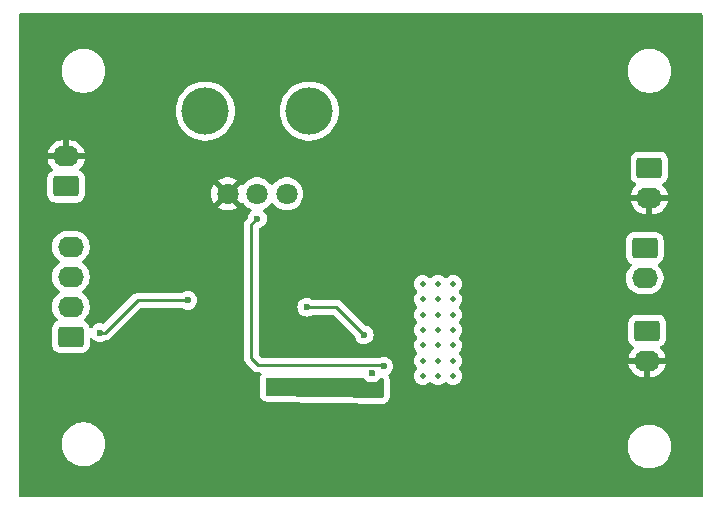
<source format=gbr>
%TF.GenerationSoftware,KiCad,Pcbnew,8.0.5*%
%TF.CreationDate,2025-03-31T18:24:30-05:00*%
%TF.ProjectId,new_MotorDriver_v1.5_NEW,6e65775f-4d6f-4746-9f72-447269766572,rev?*%
%TF.SameCoordinates,Original*%
%TF.FileFunction,Copper,L2,Bot*%
%TF.FilePolarity,Positive*%
%FSLAX46Y46*%
G04 Gerber Fmt 4.6, Leading zero omitted, Abs format (unit mm)*
G04 Created by KiCad (PCBNEW 8.0.5) date 2025-03-31 18:24:30*
%MOMM*%
%LPD*%
G01*
G04 APERTURE LIST*
G04 Aperture macros list*
%AMRoundRect*
0 Rectangle with rounded corners*
0 $1 Rounding radius*
0 $2 $3 $4 $5 $6 $7 $8 $9 X,Y pos of 4 corners*
0 Add a 4 corners polygon primitive as box body*
4,1,4,$2,$3,$4,$5,$6,$7,$8,$9,$2,$3,0*
0 Add four circle primitives for the rounded corners*
1,1,$1+$1,$2,$3*
1,1,$1+$1,$4,$5*
1,1,$1+$1,$6,$7*
1,1,$1+$1,$8,$9*
0 Add four rect primitives between the rounded corners*
20,1,$1+$1,$2,$3,$4,$5,0*
20,1,$1+$1,$4,$5,$6,$7,0*
20,1,$1+$1,$6,$7,$8,$9,0*
20,1,$1+$1,$8,$9,$2,$3,0*%
G04 Aperture macros list end*
%TA.AperFunction,ComponentPad*%
%ADD10RoundRect,0.250000X0.845000X-0.620000X0.845000X0.620000X-0.845000X0.620000X-0.845000X-0.620000X0*%
%TD*%
%TA.AperFunction,ComponentPad*%
%ADD11O,2.190000X1.740000*%
%TD*%
%TA.AperFunction,ComponentPad*%
%ADD12RoundRect,0.250000X-0.845000X0.620000X-0.845000X-0.620000X0.845000X-0.620000X0.845000X0.620000X0*%
%TD*%
%TA.AperFunction,WasherPad*%
%ADD13C,4.000000*%
%TD*%
%TA.AperFunction,ComponentPad*%
%ADD14C,1.800000*%
%TD*%
%TA.AperFunction,ComponentPad*%
%ADD15C,0.500000*%
%TD*%
%TA.AperFunction,ViaPad*%
%ADD16C,0.600000*%
%TD*%
%TA.AperFunction,Conductor*%
%ADD17C,0.254000*%
%TD*%
G04 APERTURE END LIST*
D10*
%TO.P,12V IN,1,Pin_1*%
%TO.N,+12V*%
X50720000Y-49070000D03*
D11*
%TO.P,12V IN,2,Pin_2*%
%TO.N,GND*%
X50720000Y-46530000D03*
%TD*%
D12*
%TO.P,J1,1,Pin_1*%
%TO.N,/STP*%
X99700000Y-54300000D03*
D11*
%TO.P,J1,2,Pin_2*%
%TO.N,/DIR*%
X99700000Y-56840000D03*
%TD*%
D10*
%TO.P,Motor Conn,1,Pin_1*%
%TO.N,Net-(J5-Pin_1)*%
X51120000Y-61810000D03*
D11*
%TO.P,Motor Conn,2,Pin_2*%
%TO.N,Net-(J5-Pin_2)*%
X51120000Y-59270000D03*
%TO.P,Motor Conn,3,Pin_3*%
%TO.N,Net-(J5-Pin_3)*%
X51120000Y-56730000D03*
%TO.P,Motor Conn,4,Pin_4*%
%TO.N,Net-(J5-Pin_4)*%
X51120000Y-54190000D03*
%TD*%
D13*
%TO.P,Potentiometer,*%
%TO.N,*%
X62500000Y-42700000D03*
X71300000Y-42700000D03*
D14*
%TO.P,Potentiometer,1,1*%
%TO.N,+3V3*%
X69400000Y-49700000D03*
%TO.P,Potentiometer,2,2*%
%TO.N,Net-(U1-AVREF)*%
X66900000Y-49700000D03*
%TO.P,Potentiometer,3,3*%
%TO.N,GND*%
X64400000Y-49700000D03*
%TD*%
D12*
%TO.P,J2,1,Pin_1*%
%TO.N,+5V*%
X99900000Y-61300000D03*
D11*
%TO.P,J2,2,Pin_2*%
%TO.N,GND*%
X99900000Y-63840000D03*
%TD*%
D15*
%TO.P,U1,50*%
%TO.N,N/C*%
X83500000Y-65125000D03*
%TO.P,U1,49*%
X80900000Y-65125000D03*
%TO.P,U1,48*%
X83500000Y-63825000D03*
%TO.P,U1,47*%
X80900000Y-63825000D03*
%TO.P,U1,46*%
X83500000Y-62525000D03*
%TO.P,U1,45*%
X80900000Y-62525000D03*
%TO.P,U1,44*%
X83500000Y-61225000D03*
%TO.P,U1,43*%
X80900000Y-61225000D03*
%TO.P,U1,42*%
X80900000Y-59925000D03*
%TO.P,U1,41*%
X83500000Y-59925000D03*
%TO.P,U1,40*%
X83500000Y-58625000D03*
%TO.P,U1,39*%
X80900000Y-58625000D03*
%TO.P,U1,38*%
X83500000Y-57325000D03*
%TO.P,U1,37*%
X80900000Y-57325000D03*
%TO.P,U1,36*%
X82200000Y-65125000D03*
%TO.P,U1,35*%
X82200000Y-63825000D03*
%TO.P,U1,34*%
X82200000Y-62525000D03*
%TO.P,U1,33*%
X82200000Y-57325000D03*
%TO.P,U1,32*%
X82200000Y-58625000D03*
%TO.P,U1,31*%
X82200000Y-59925000D03*
%TO.P,U1,30*%
X82200000Y-61225000D03*
%TD*%
D12*
%TO.P,J3,1,Pin_1*%
%TO.N,+3V3*%
X100100000Y-47500000D03*
D11*
%TO.P,J3,2,Pin_2*%
%TO.N,GND*%
X100100000Y-50040000D03*
%TD*%
D16*
%TO.N,GND*%
X88900000Y-38100000D03*
X78994000Y-74371200D03*
X58420000Y-49580800D03*
X91440000Y-45720000D03*
X68376800Y-71678800D03*
X83972400Y-53644800D03*
X82651600Y-52832000D03*
X86309200Y-74371200D03*
X62484000Y-52730400D03*
X88900000Y-50800000D03*
X74523600Y-68478400D03*
X81280000Y-45720000D03*
X70510400Y-52374800D03*
X57200800Y-45770800D03*
X64100000Y-61825000D03*
X76200000Y-45720000D03*
X68700000Y-62900000D03*
X64617600Y-53898800D03*
X61315600Y-69900800D03*
X86360000Y-40640000D03*
X91084400Y-71323200D03*
X83362800Y-71170800D03*
X76606400Y-64871600D03*
X101904800Y-58978800D03*
X76200000Y-38100000D03*
X73863200Y-52273200D03*
X67513200Y-74218800D03*
X85648800Y-51104800D03*
X56337200Y-42570400D03*
X93522800Y-39878000D03*
%TO.N,+12V*%
X74500000Y-66200000D03*
X70400000Y-66200000D03*
X68800000Y-66200000D03*
X72600000Y-66200000D03*
X76500000Y-66200000D03*
%TO.N,Net-(J5-Pin_1)*%
X53594000Y-61468000D03*
X61010800Y-58724800D03*
%TO.N,Net-(U1-ISENB)*%
X75950000Y-61650000D03*
X71100000Y-59300000D03*
%TO.N,Net-(U1-AVREF)*%
X66900000Y-51800000D03*
X77600000Y-64300000D03*
%TD*%
D17*
%TO.N,Net-(J5-Pin_1)*%
X56794400Y-58724800D02*
X61010800Y-58724800D01*
X54051200Y-61468000D02*
X56794400Y-58724800D01*
X53594000Y-61468000D02*
X54051200Y-61468000D01*
%TO.N,Net-(U1-ISENB)*%
X75950000Y-61650000D02*
X73600000Y-59300000D01*
X73600000Y-59300000D02*
X71100000Y-59300000D01*
%TO.N,Net-(U1-AVREF)*%
X66400000Y-52300000D02*
X66400000Y-63600000D01*
X66400000Y-63600000D02*
X67000000Y-64200000D01*
X67000000Y-64200000D02*
X77500000Y-64200000D01*
X66900000Y-51800000D02*
X66400000Y-52300000D01*
X77500000Y-64200000D02*
X77600000Y-64300000D01*
%TD*%
%TA.AperFunction,Conductor*%
%TO.N,GND*%
G36*
X76835370Y-64847185D02*
G01*
X76881125Y-64899989D01*
X76891069Y-64969147D01*
X76862044Y-65032703D01*
X76856011Y-65039183D01*
X76801372Y-65093820D01*
X76779665Y-65111130D01*
X76747037Y-65131632D01*
X76722018Y-65143681D01*
X76685643Y-65156409D01*
X76658572Y-65162587D01*
X76620282Y-65166901D01*
X76592516Y-65166901D01*
X76554226Y-65162587D01*
X76527155Y-65156409D01*
X76490780Y-65143681D01*
X76465762Y-65131632D01*
X76433132Y-65111129D01*
X76411423Y-65093817D01*
X76356787Y-65039181D01*
X76323302Y-64977858D01*
X76328286Y-64908166D01*
X76370158Y-64852233D01*
X76435622Y-64827816D01*
X76444468Y-64827500D01*
X76768331Y-64827500D01*
X76835370Y-64847185D01*
G37*
%TD.AperFunction*%
%TA.AperFunction,Conductor*%
G36*
X104542539Y-34420185D02*
G01*
X104588294Y-34472989D01*
X104599500Y-34524500D01*
X104599500Y-75275500D01*
X104579815Y-75342539D01*
X104527011Y-75388294D01*
X104475500Y-75399500D01*
X46824500Y-75399500D01*
X46757461Y-75379815D01*
X46711706Y-75327011D01*
X46700500Y-75275500D01*
X46700500Y-70778711D01*
X50349500Y-70778711D01*
X50349500Y-71021288D01*
X50381161Y-71261785D01*
X50443947Y-71496104D01*
X50526790Y-71696104D01*
X50536776Y-71720212D01*
X50658064Y-71930289D01*
X50658066Y-71930292D01*
X50658067Y-71930293D01*
X50805733Y-72122736D01*
X50805739Y-72122743D01*
X50977256Y-72294260D01*
X50977262Y-72294265D01*
X51169711Y-72441936D01*
X51379788Y-72563224D01*
X51603900Y-72656054D01*
X51838211Y-72718838D01*
X52018586Y-72742584D01*
X52078711Y-72750500D01*
X52078712Y-72750500D01*
X52321289Y-72750500D01*
X52369388Y-72744167D01*
X52561789Y-72718838D01*
X52796100Y-72656054D01*
X53020212Y-72563224D01*
X53230289Y-72441936D01*
X53422738Y-72294265D01*
X53594265Y-72122738D01*
X53741936Y-71930289D01*
X53863224Y-71720212D01*
X53956054Y-71496100D01*
X54018838Y-71261789D01*
X54050500Y-71021288D01*
X54050500Y-70978711D01*
X98249500Y-70978711D01*
X98249500Y-71221288D01*
X98281161Y-71461785D01*
X98343947Y-71696104D01*
X98353933Y-71720212D01*
X98436776Y-71920212D01*
X98558064Y-72130289D01*
X98558066Y-72130292D01*
X98558067Y-72130293D01*
X98705733Y-72322736D01*
X98705739Y-72322743D01*
X98877256Y-72494260D01*
X98877262Y-72494265D01*
X99069711Y-72641936D01*
X99279788Y-72763224D01*
X99503900Y-72856054D01*
X99738211Y-72918838D01*
X99918586Y-72942584D01*
X99978711Y-72950500D01*
X99978712Y-72950500D01*
X100221289Y-72950500D01*
X100269388Y-72944167D01*
X100461789Y-72918838D01*
X100696100Y-72856054D01*
X100920212Y-72763224D01*
X101130289Y-72641936D01*
X101322738Y-72494265D01*
X101494265Y-72322738D01*
X101641936Y-72130289D01*
X101763224Y-71920212D01*
X101856054Y-71696100D01*
X101918838Y-71461789D01*
X101950500Y-71221288D01*
X101950500Y-70978712D01*
X101918838Y-70738211D01*
X101856054Y-70503900D01*
X101763224Y-70279788D01*
X101641936Y-70069711D01*
X101494265Y-69877262D01*
X101494260Y-69877256D01*
X101322743Y-69705739D01*
X101322736Y-69705733D01*
X101130293Y-69558067D01*
X101130292Y-69558066D01*
X101130289Y-69558064D01*
X100920212Y-69436776D01*
X100920205Y-69436773D01*
X100696104Y-69343947D01*
X100461785Y-69281161D01*
X100221289Y-69249500D01*
X100221288Y-69249500D01*
X99978712Y-69249500D01*
X99978711Y-69249500D01*
X99738214Y-69281161D01*
X99503895Y-69343947D01*
X99279794Y-69436773D01*
X99279785Y-69436777D01*
X99069706Y-69558067D01*
X98877263Y-69705733D01*
X98877256Y-69705739D01*
X98705739Y-69877256D01*
X98705733Y-69877263D01*
X98558067Y-70069706D01*
X98436777Y-70279785D01*
X98436773Y-70279794D01*
X98343947Y-70503895D01*
X98281161Y-70738214D01*
X98249500Y-70978711D01*
X54050500Y-70978711D01*
X54050500Y-70778712D01*
X54018838Y-70538211D01*
X53956054Y-70303900D01*
X53863224Y-70079788D01*
X53741936Y-69869711D01*
X53594265Y-69677262D01*
X53594260Y-69677256D01*
X53422743Y-69505739D01*
X53422736Y-69505733D01*
X53230293Y-69358067D01*
X53230292Y-69358066D01*
X53230289Y-69358064D01*
X53020212Y-69236776D01*
X53020205Y-69236773D01*
X52796104Y-69143947D01*
X52561785Y-69081161D01*
X52321289Y-69049500D01*
X52321288Y-69049500D01*
X52078712Y-69049500D01*
X52078711Y-69049500D01*
X51838214Y-69081161D01*
X51603895Y-69143947D01*
X51379794Y-69236773D01*
X51379785Y-69236777D01*
X51169706Y-69358067D01*
X50977263Y-69505733D01*
X50977256Y-69505739D01*
X50805739Y-69677256D01*
X50805733Y-69677263D01*
X50658067Y-69869706D01*
X50658064Y-69869710D01*
X50658064Y-69869711D01*
X50653704Y-69877263D01*
X50536777Y-70079785D01*
X50536773Y-70079794D01*
X50443947Y-70303895D01*
X50381161Y-70538214D01*
X50349500Y-70778711D01*
X46700500Y-70778711D01*
X46700500Y-54082133D01*
X49524500Y-54082133D01*
X49524500Y-54297866D01*
X49558245Y-54510922D01*
X49558246Y-54510926D01*
X49624908Y-54716089D01*
X49722843Y-54908299D01*
X49849641Y-55082821D01*
X50002179Y-55235359D01*
X50123454Y-55323471D01*
X50173294Y-55359682D01*
X50215959Y-55415012D01*
X50221938Y-55484626D01*
X50189332Y-55546421D01*
X50173294Y-55560318D01*
X50002179Y-55684641D01*
X50002177Y-55684643D01*
X50002176Y-55684643D01*
X49849643Y-55837176D01*
X49849643Y-55837177D01*
X49849641Y-55837179D01*
X49795186Y-55912129D01*
X49722843Y-56011700D01*
X49624909Y-56203908D01*
X49558245Y-56409077D01*
X49524500Y-56622133D01*
X49524500Y-56837866D01*
X49549753Y-56997305D01*
X49558246Y-57050926D01*
X49624908Y-57256089D01*
X49722843Y-57448299D01*
X49849641Y-57622821D01*
X50002179Y-57775359D01*
X50123454Y-57863471D01*
X50173294Y-57899682D01*
X50215959Y-57955012D01*
X50221938Y-58024626D01*
X50189332Y-58086421D01*
X50173294Y-58100318D01*
X50144261Y-58121412D01*
X50002179Y-58224641D01*
X50002177Y-58224643D01*
X50002176Y-58224643D01*
X49849643Y-58377176D01*
X49849643Y-58377177D01*
X49849641Y-58377179D01*
X49795186Y-58452129D01*
X49722843Y-58551700D01*
X49624909Y-58743908D01*
X49558245Y-58949077D01*
X49524500Y-59162133D01*
X49524500Y-59377866D01*
X49540559Y-59479255D01*
X49558246Y-59590926D01*
X49624908Y-59796089D01*
X49722843Y-59988299D01*
X49849641Y-60162821D01*
X49849643Y-60162823D01*
X49991624Y-60304804D01*
X50025109Y-60366127D01*
X50020125Y-60435819D01*
X49978253Y-60491752D01*
X49956360Y-60504861D01*
X49955677Y-60505179D01*
X49806342Y-60597289D01*
X49682289Y-60721342D01*
X49590187Y-60870663D01*
X49590185Y-60870668D01*
X49581357Y-60897310D01*
X49535001Y-61037203D01*
X49535001Y-61037204D01*
X49535000Y-61037204D01*
X49524500Y-61139983D01*
X49524500Y-62480001D01*
X49524501Y-62480018D01*
X49535000Y-62582796D01*
X49535001Y-62582799D01*
X49590185Y-62749331D01*
X49590187Y-62749336D01*
X49624780Y-62805420D01*
X49682288Y-62898656D01*
X49806344Y-63022712D01*
X49955666Y-63114814D01*
X50122203Y-63169999D01*
X50224991Y-63180500D01*
X52015008Y-63180499D01*
X52117797Y-63169999D01*
X52284334Y-63114814D01*
X52433656Y-63022712D01*
X52557712Y-62898656D01*
X52649814Y-62749334D01*
X52704999Y-62582797D01*
X52715500Y-62480009D01*
X52715499Y-62004893D01*
X52735183Y-61937857D01*
X52787987Y-61892102D01*
X52857146Y-61882158D01*
X52920702Y-61911183D01*
X52944492Y-61938923D01*
X52964182Y-61970260D01*
X52964184Y-61970262D01*
X53091738Y-62097816D01*
X53244478Y-62193789D01*
X53374630Y-62239331D01*
X53414745Y-62253368D01*
X53414750Y-62253369D01*
X53593996Y-62273565D01*
X53594000Y-62273565D01*
X53594004Y-62273565D01*
X53773249Y-62253369D01*
X53773252Y-62253368D01*
X53773255Y-62253368D01*
X53943522Y-62193789D01*
X54074541Y-62111463D01*
X54116323Y-62094840D01*
X54173876Y-62083391D01*
X54234235Y-62071386D01*
X54314984Y-62037937D01*
X54348433Y-62024083D01*
X54451208Y-61955411D01*
X54538611Y-61868008D01*
X57018000Y-59388619D01*
X57079323Y-59355134D01*
X57105681Y-59352300D01*
X60469128Y-59352300D01*
X60535099Y-59371305D01*
X60661278Y-59450589D01*
X60743184Y-59479249D01*
X60831545Y-59510168D01*
X60831550Y-59510169D01*
X61010796Y-59530365D01*
X61010800Y-59530365D01*
X61010804Y-59530365D01*
X61190049Y-59510169D01*
X61190052Y-59510168D01*
X61190055Y-59510168D01*
X61360322Y-59450589D01*
X61513062Y-59354616D01*
X61640616Y-59227062D01*
X61736589Y-59074322D01*
X61796168Y-58904055D01*
X61796169Y-58904049D01*
X61816365Y-58724803D01*
X61816365Y-58724796D01*
X61796169Y-58545550D01*
X61796168Y-58545545D01*
X61736588Y-58375276D01*
X61649948Y-58237390D01*
X61640616Y-58222538D01*
X61513062Y-58094984D01*
X61433494Y-58044988D01*
X61360323Y-57999011D01*
X61190054Y-57939431D01*
X61190049Y-57939430D01*
X61010804Y-57919235D01*
X61010796Y-57919235D01*
X60831550Y-57939430D01*
X60831545Y-57939431D01*
X60661276Y-57999011D01*
X60535100Y-58078294D01*
X60469128Y-58097300D01*
X56732592Y-58097300D01*
X56611373Y-58121411D01*
X56611373Y-58121412D01*
X56611370Y-58121413D01*
X56611366Y-58121414D01*
X56544470Y-58149123D01*
X56544468Y-58149123D01*
X56497170Y-58168715D01*
X56497160Y-58168720D01*
X56416618Y-58222538D01*
X56416617Y-58222539D01*
X56394389Y-58237390D01*
X53958648Y-60673131D01*
X53897325Y-60706616D01*
X53830013Y-60702492D01*
X53773252Y-60682631D01*
X53594004Y-60662435D01*
X53593996Y-60662435D01*
X53414750Y-60682630D01*
X53414745Y-60682631D01*
X53244476Y-60742211D01*
X53091737Y-60838184D01*
X52964182Y-60965739D01*
X52918940Y-61037742D01*
X52866605Y-61084032D01*
X52797552Y-61094680D01*
X52733704Y-61066305D01*
X52696241Y-61010773D01*
X52667557Y-60924211D01*
X52649814Y-60870666D01*
X52557712Y-60721344D01*
X52433656Y-60597288D01*
X52284334Y-60505186D01*
X52284326Y-60505181D01*
X52283645Y-60504864D01*
X52283256Y-60504521D01*
X52278187Y-60501395D01*
X52278721Y-60500528D01*
X52231208Y-60458688D01*
X52212060Y-60391494D01*
X52232280Y-60324614D01*
X52248366Y-60304813D01*
X52390359Y-60162821D01*
X52517157Y-59988299D01*
X52615092Y-59796089D01*
X52681754Y-59590926D01*
X52703423Y-59454115D01*
X52715500Y-59377866D01*
X52715500Y-59162133D01*
X52693002Y-59020095D01*
X52681754Y-58949074D01*
X52615092Y-58743911D01*
X52517157Y-58551701D01*
X52390359Y-58377179D01*
X52237821Y-58224641D01*
X52066704Y-58100317D01*
X52024040Y-58044988D01*
X52018061Y-57975374D01*
X52050667Y-57913580D01*
X52066702Y-57899684D01*
X52237821Y-57775359D01*
X52390359Y-57622821D01*
X52517157Y-57448299D01*
X52615092Y-57256089D01*
X52681754Y-57050926D01*
X52712083Y-56859437D01*
X52715500Y-56837866D01*
X52715500Y-56622133D01*
X52681754Y-56409077D01*
X52681754Y-56409074D01*
X52615092Y-56203911D01*
X52517157Y-56011701D01*
X52390359Y-55837179D01*
X52237821Y-55684641D01*
X52066704Y-55560317D01*
X52024040Y-55504988D01*
X52018061Y-55435374D01*
X52050667Y-55373580D01*
X52066702Y-55359684D01*
X52237821Y-55235359D01*
X52390359Y-55082821D01*
X52517157Y-54908299D01*
X52615092Y-54716089D01*
X52681754Y-54510926D01*
X52696752Y-54416230D01*
X52715500Y-54297866D01*
X52715500Y-54082133D01*
X52681754Y-53869077D01*
X52681754Y-53869074D01*
X52615092Y-53663911D01*
X52517157Y-53471701D01*
X52390359Y-53297179D01*
X52237821Y-53144641D01*
X52063299Y-53017843D01*
X51910522Y-52940000D01*
X51871091Y-52919909D01*
X51871090Y-52919908D01*
X51871089Y-52919908D01*
X51665926Y-52853246D01*
X51665924Y-52853245D01*
X51665922Y-52853245D01*
X51452866Y-52819500D01*
X51452861Y-52819500D01*
X50787139Y-52819500D01*
X50787134Y-52819500D01*
X50574077Y-52853245D01*
X50368908Y-52919909D01*
X50176700Y-53017843D01*
X50081118Y-53087288D01*
X50002179Y-53144641D01*
X50002177Y-53144643D01*
X50002176Y-53144643D01*
X49849643Y-53297176D01*
X49849643Y-53297177D01*
X49849641Y-53297179D01*
X49803517Y-53360663D01*
X49722843Y-53471700D01*
X49624909Y-53663908D01*
X49558245Y-53869077D01*
X49524500Y-54082133D01*
X46700500Y-54082133D01*
X46700500Y-48399983D01*
X49124500Y-48399983D01*
X49124500Y-49740001D01*
X49124501Y-49740018D01*
X49135000Y-49842796D01*
X49135001Y-49842799D01*
X49189415Y-50007007D01*
X49190186Y-50009334D01*
X49282288Y-50158656D01*
X49406344Y-50282712D01*
X49555666Y-50374814D01*
X49722203Y-50429999D01*
X49824991Y-50440500D01*
X51615008Y-50440499D01*
X51717797Y-50429999D01*
X51884334Y-50374814D01*
X52033656Y-50282712D01*
X52157712Y-50158656D01*
X52249814Y-50009334D01*
X52304999Y-49842797D01*
X52315500Y-49740009D01*
X52315500Y-49699994D01*
X62995202Y-49699994D01*
X62995202Y-49700005D01*
X63014361Y-49931218D01*
X63071317Y-50156135D01*
X63164515Y-50368606D01*
X63248812Y-50497633D01*
X63917037Y-49829408D01*
X63934075Y-49892993D01*
X63999901Y-50007007D01*
X64092993Y-50100099D01*
X64207007Y-50165925D01*
X64270590Y-50182962D01*
X63601201Y-50852351D01*
X63631649Y-50876050D01*
X63835697Y-50986476D01*
X63835706Y-50986479D01*
X64055139Y-51061811D01*
X64283993Y-51100000D01*
X64516007Y-51100000D01*
X64744860Y-51061811D01*
X64964293Y-50986479D01*
X64964301Y-50986476D01*
X65168355Y-50876047D01*
X65198797Y-50852351D01*
X65198798Y-50852350D01*
X64529410Y-50182962D01*
X64592993Y-50165925D01*
X64707007Y-50100099D01*
X64800099Y-50007007D01*
X64865925Y-49892993D01*
X64882962Y-49829409D01*
X65551186Y-50497633D01*
X65555967Y-50497137D01*
X65599036Y-50460380D01*
X65668268Y-50450956D01*
X65731604Y-50480457D01*
X65753509Y-50505737D01*
X65791016Y-50563147D01*
X65791019Y-50563151D01*
X65791021Y-50563153D01*
X65948216Y-50733913D01*
X65948219Y-50733915D01*
X65948222Y-50733918D01*
X66131365Y-50876464D01*
X66131371Y-50876468D01*
X66131374Y-50876470D01*
X66234901Y-50932496D01*
X66335499Y-50986937D01*
X66339925Y-50988878D01*
X66393414Y-51033831D01*
X66414108Y-51100566D01*
X66395437Y-51167894D01*
X66377804Y-51190118D01*
X66270183Y-51297739D01*
X66174210Y-51450478D01*
X66130075Y-51576610D01*
X66114632Y-51620745D01*
X66113390Y-51631761D01*
X66109686Y-51664636D01*
X66082618Y-51729050D01*
X66074148Y-51738430D01*
X65999992Y-51812588D01*
X65999991Y-51812589D01*
X65912591Y-51899988D01*
X65912585Y-51899996D01*
X65843233Y-52003789D01*
X65841586Y-52008393D01*
X65796614Y-52116964D01*
X65796614Y-52116965D01*
X65780096Y-52200008D01*
X65780096Y-52200009D01*
X65772500Y-52238195D01*
X65772500Y-63661807D01*
X65796612Y-63783028D01*
X65796615Y-63783038D01*
X65813997Y-63825001D01*
X65843915Y-63897229D01*
X65843920Y-63897239D01*
X65912588Y-64000007D01*
X65912591Y-64000011D01*
X66512589Y-64600008D01*
X66562103Y-64649522D01*
X66599993Y-64687412D01*
X66702760Y-64756079D01*
X66702773Y-64756086D01*
X66814254Y-64802262D01*
X66816965Y-64803385D01*
X66816969Y-64803385D01*
X66816970Y-64803386D01*
X66938194Y-64827500D01*
X66938197Y-64827500D01*
X67144879Y-64827500D01*
X67211918Y-64847185D01*
X67257673Y-64899989D01*
X67267617Y-64969147D01*
X67238592Y-65032703D01*
X67238591Y-65032703D01*
X67194435Y-65083660D01*
X67194430Y-65083668D01*
X67134664Y-65214534D01*
X67114976Y-65281582D01*
X67109949Y-65316549D01*
X67094502Y-65423990D01*
X67094500Y-65424001D01*
X67094500Y-66678446D01*
X67094501Y-66678470D01*
X67104999Y-66780946D01*
X67105002Y-66780964D01*
X67115200Y-66830209D01*
X67146272Y-66928456D01*
X67146276Y-66928466D01*
X67200036Y-67015912D01*
X67221625Y-67051029D01*
X67248190Y-67082954D01*
X67266314Y-67104736D01*
X67266321Y-67104743D01*
X67373142Y-67201111D01*
X67373143Y-67201111D01*
X67373145Y-67201113D01*
X67502802Y-67263488D01*
X67569434Y-67284509D01*
X67711412Y-67307829D01*
X73400078Y-67421602D01*
X77463407Y-67502869D01*
X77463412Y-67502869D01*
X77463415Y-67502869D01*
X77576026Y-67492468D01*
X77576036Y-67492466D01*
X77630011Y-67481288D01*
X77630015Y-67481287D01*
X77630014Y-67481287D01*
X77630020Y-67481286D01*
X77737504Y-67446108D01*
X77858543Y-67368320D01*
X77911347Y-67322565D01*
X78005567Y-67213831D01*
X78065338Y-67082954D01*
X78085023Y-67015915D01*
X78085024Y-67015911D01*
X78105500Y-66873495D01*
X78105500Y-65424000D01*
X78093947Y-65316544D01*
X78082741Y-65265033D01*
X78082637Y-65264722D01*
X78048616Y-65162502D01*
X78048615Y-65162501D01*
X78048614Y-65162499D01*
X78048613Y-65162496D01*
X78025250Y-65126143D01*
X78005566Y-65059106D01*
X78025250Y-64992067D01*
X78063592Y-64954113D01*
X78102262Y-64929816D01*
X78229816Y-64802262D01*
X78325789Y-64649522D01*
X78385368Y-64479255D01*
X78385369Y-64479249D01*
X78405565Y-64300003D01*
X78405565Y-64299996D01*
X78385369Y-64120750D01*
X78385368Y-64120745D01*
X78340689Y-63993059D01*
X78325789Y-63950478D01*
X78229816Y-63797738D01*
X78102262Y-63670184D01*
X78081186Y-63656941D01*
X77949523Y-63574211D01*
X77779254Y-63514631D01*
X77779249Y-63514630D01*
X77600004Y-63494435D01*
X77599996Y-63494435D01*
X77420753Y-63514630D01*
X77420747Y-63514631D01*
X77275252Y-63565542D01*
X77234298Y-63572500D01*
X67311281Y-63572500D01*
X67244242Y-63552815D01*
X67223600Y-63536181D01*
X67063819Y-63376400D01*
X67030334Y-63315077D01*
X67027500Y-63288719D01*
X67027500Y-59299996D01*
X70294435Y-59299996D01*
X70294435Y-59300003D01*
X70314630Y-59479249D01*
X70314631Y-59479254D01*
X70374211Y-59649523D01*
X70441707Y-59756941D01*
X70470184Y-59802262D01*
X70597738Y-59929816D01*
X70750478Y-60025789D01*
X70920745Y-60085368D01*
X70920750Y-60085369D01*
X71099996Y-60105565D01*
X71100000Y-60105565D01*
X71100004Y-60105565D01*
X71279249Y-60085369D01*
X71279252Y-60085368D01*
X71279255Y-60085368D01*
X71449522Y-60025789D01*
X71575700Y-59946505D01*
X71641672Y-59927500D01*
X73288719Y-59927500D01*
X73355758Y-59947185D01*
X73376400Y-59963819D01*
X75124146Y-61711565D01*
X75157631Y-61772888D01*
X75159685Y-61785361D01*
X75164630Y-61829249D01*
X75224210Y-61999521D01*
X75270252Y-62072796D01*
X75320184Y-62152262D01*
X75447738Y-62279816D01*
X75538080Y-62336582D01*
X75570481Y-62356941D01*
X75600478Y-62375789D01*
X75637250Y-62388656D01*
X75770745Y-62435368D01*
X75770750Y-62435369D01*
X75949996Y-62455565D01*
X75950000Y-62455565D01*
X75950004Y-62455565D01*
X76129249Y-62435369D01*
X76129252Y-62435368D01*
X76129255Y-62435368D01*
X76299522Y-62375789D01*
X76452262Y-62279816D01*
X76579816Y-62152262D01*
X76675789Y-61999522D01*
X76735368Y-61829255D01*
X76736690Y-61817522D01*
X76755565Y-61650003D01*
X76755565Y-61649996D01*
X76735369Y-61470750D01*
X76735368Y-61470745D01*
X76675788Y-61300476D01*
X76579815Y-61147737D01*
X76452262Y-61020184D01*
X76299521Y-60924210D01*
X76129249Y-60864630D01*
X76085361Y-60859685D01*
X76020947Y-60832617D01*
X76011565Y-60824146D01*
X74000011Y-58812591D01*
X74000006Y-58812587D01*
X73961118Y-58786604D01*
X73961117Y-58786603D01*
X73897238Y-58743920D01*
X73897226Y-58743913D01*
X73863785Y-58730062D01*
X73783035Y-58696614D01*
X73783027Y-58696612D01*
X73661807Y-58672500D01*
X73661803Y-58672500D01*
X71641672Y-58672500D01*
X71575700Y-58653494D01*
X71449523Y-58574211D01*
X71279254Y-58514631D01*
X71279249Y-58514630D01*
X71100004Y-58494435D01*
X71099996Y-58494435D01*
X70920750Y-58514630D01*
X70920745Y-58514631D01*
X70750476Y-58574211D01*
X70597737Y-58670184D01*
X70470184Y-58797737D01*
X70374211Y-58950476D01*
X70314631Y-59120745D01*
X70314630Y-59120750D01*
X70294435Y-59299996D01*
X67027500Y-59299996D01*
X67027500Y-57324997D01*
X80144751Y-57324997D01*
X80144751Y-57325002D01*
X80163685Y-57493056D01*
X80219545Y-57652694D01*
X80219547Y-57652697D01*
X80309518Y-57795884D01*
X80309523Y-57795890D01*
X80400952Y-57887319D01*
X80434437Y-57948642D01*
X80429453Y-58018334D01*
X80400952Y-58062681D01*
X80309523Y-58154109D01*
X80309518Y-58154115D01*
X80219547Y-58297302D01*
X80219545Y-58297305D01*
X80163685Y-58456943D01*
X80144751Y-58624997D01*
X80144751Y-58625002D01*
X80163685Y-58793056D01*
X80219545Y-58952694D01*
X80219547Y-58952697D01*
X80309518Y-59095884D01*
X80309523Y-59095890D01*
X80400952Y-59187319D01*
X80434437Y-59248642D01*
X80429453Y-59318334D01*
X80400952Y-59362681D01*
X80309523Y-59454109D01*
X80309518Y-59454115D01*
X80219547Y-59597302D01*
X80219545Y-59597305D01*
X80163685Y-59756943D01*
X80144751Y-59924997D01*
X80144751Y-59925002D01*
X80163685Y-60093056D01*
X80219545Y-60252694D01*
X80219547Y-60252697D01*
X80309518Y-60395884D01*
X80309523Y-60395890D01*
X80400952Y-60487319D01*
X80434437Y-60548642D01*
X80429453Y-60618334D01*
X80400952Y-60662681D01*
X80309523Y-60754109D01*
X80309518Y-60754115D01*
X80219547Y-60897302D01*
X80219545Y-60897305D01*
X80163685Y-61056943D01*
X80144751Y-61224997D01*
X80144751Y-61225002D01*
X80163685Y-61393056D01*
X80219545Y-61552694D01*
X80219547Y-61552697D01*
X80309518Y-61695884D01*
X80309523Y-61695890D01*
X80400952Y-61787319D01*
X80434437Y-61848642D01*
X80429453Y-61918334D01*
X80400952Y-61962681D01*
X80309523Y-62054109D01*
X80309518Y-62054115D01*
X80219547Y-62197302D01*
X80219545Y-62197305D01*
X80163685Y-62356943D01*
X80144751Y-62524997D01*
X80144751Y-62525002D01*
X80163685Y-62693056D01*
X80219545Y-62852694D01*
X80219547Y-62852697D01*
X80309518Y-62995884D01*
X80309523Y-62995890D01*
X80400952Y-63087319D01*
X80434437Y-63148642D01*
X80429453Y-63218334D01*
X80400952Y-63262681D01*
X80309523Y-63354109D01*
X80309518Y-63354115D01*
X80219547Y-63497302D01*
X80219545Y-63497305D01*
X80163685Y-63656943D01*
X80144751Y-63824997D01*
X80144751Y-63825001D01*
X80163685Y-63993056D01*
X80219545Y-64152694D01*
X80219547Y-64152697D01*
X80309518Y-64295884D01*
X80309523Y-64295890D01*
X80400952Y-64387319D01*
X80434437Y-64448642D01*
X80429453Y-64518334D01*
X80400952Y-64562681D01*
X80309523Y-64654109D01*
X80309518Y-64654115D01*
X80219547Y-64797302D01*
X80219545Y-64797305D01*
X80163685Y-64956943D01*
X80144751Y-65124997D01*
X80144751Y-65125002D01*
X80163685Y-65293056D01*
X80219545Y-65452694D01*
X80219547Y-65452697D01*
X80309518Y-65595884D01*
X80309523Y-65595890D01*
X80429109Y-65715476D01*
X80429115Y-65715481D01*
X80572302Y-65805452D01*
X80572305Y-65805454D01*
X80572309Y-65805455D01*
X80572310Y-65805456D01*
X80644913Y-65830860D01*
X80731943Y-65861314D01*
X80899997Y-65880249D01*
X80900000Y-65880249D01*
X80900003Y-65880249D01*
X81068056Y-65861314D01*
X81068059Y-65861313D01*
X81227690Y-65805456D01*
X81227692Y-65805454D01*
X81227694Y-65805454D01*
X81227697Y-65805452D01*
X81370884Y-65715481D01*
X81370885Y-65715480D01*
X81370890Y-65715477D01*
X81462319Y-65624048D01*
X81523642Y-65590563D01*
X81593334Y-65595547D01*
X81637681Y-65624048D01*
X81729109Y-65715476D01*
X81729115Y-65715481D01*
X81872302Y-65805452D01*
X81872305Y-65805454D01*
X81872309Y-65805455D01*
X81872310Y-65805456D01*
X81944913Y-65830860D01*
X82031943Y-65861314D01*
X82199997Y-65880249D01*
X82200000Y-65880249D01*
X82200003Y-65880249D01*
X82368056Y-65861314D01*
X82368059Y-65861313D01*
X82527690Y-65805456D01*
X82527692Y-65805454D01*
X82527694Y-65805454D01*
X82527697Y-65805452D01*
X82670884Y-65715481D01*
X82670885Y-65715480D01*
X82670890Y-65715477D01*
X82762319Y-65624048D01*
X82823642Y-65590563D01*
X82893334Y-65595547D01*
X82937681Y-65624048D01*
X83029109Y-65715476D01*
X83029115Y-65715481D01*
X83172302Y-65805452D01*
X83172305Y-65805454D01*
X83172309Y-65805455D01*
X83172310Y-65805456D01*
X83244913Y-65830860D01*
X83331943Y-65861314D01*
X83499997Y-65880249D01*
X83500000Y-65880249D01*
X83500003Y-65880249D01*
X83668056Y-65861314D01*
X83668059Y-65861313D01*
X83827690Y-65805456D01*
X83827692Y-65805454D01*
X83827694Y-65805454D01*
X83827697Y-65805452D01*
X83970884Y-65715481D01*
X83970885Y-65715480D01*
X83970890Y-65715477D01*
X84090477Y-65595890D01*
X84180452Y-65452697D01*
X84180454Y-65452694D01*
X84180454Y-65452692D01*
X84180456Y-65452690D01*
X84236313Y-65293059D01*
X84236313Y-65293058D01*
X84236314Y-65293056D01*
X84255249Y-65125002D01*
X84255249Y-65124997D01*
X84236314Y-64956943D01*
X84182582Y-64803386D01*
X84180456Y-64797310D01*
X84180455Y-64797309D01*
X84180454Y-64797305D01*
X84180452Y-64797302D01*
X84090481Y-64654115D01*
X84090476Y-64654109D01*
X83999048Y-64562681D01*
X83965563Y-64501358D01*
X83970547Y-64431666D01*
X83999048Y-64387319D01*
X84020466Y-64365901D01*
X84090477Y-64295890D01*
X84150000Y-64201160D01*
X84180452Y-64152697D01*
X84180454Y-64152694D01*
X84180454Y-64152692D01*
X84180456Y-64152690D01*
X84236313Y-63993059D01*
X84236313Y-63993058D01*
X84236314Y-63993056D01*
X84255249Y-63825001D01*
X84255249Y-63824997D01*
X84236314Y-63656943D01*
X84180454Y-63497305D01*
X84180452Y-63497302D01*
X84090481Y-63354115D01*
X84090476Y-63354109D01*
X83999048Y-63262681D01*
X83965563Y-63201358D01*
X83970547Y-63131666D01*
X83999048Y-63087319D01*
X84090477Y-62995890D01*
X84120881Y-62947503D01*
X84180452Y-62852697D01*
X84180454Y-62852694D01*
X84180454Y-62852692D01*
X84180456Y-62852690D01*
X84236313Y-62693059D01*
X84236313Y-62693058D01*
X84236314Y-62693056D01*
X84255249Y-62525002D01*
X84255249Y-62524997D01*
X84236314Y-62356943D01*
X84180454Y-62197305D01*
X84180452Y-62197302D01*
X84090481Y-62054115D01*
X84090476Y-62054109D01*
X83999048Y-61962681D01*
X83965563Y-61901358D01*
X83970547Y-61831666D01*
X83999048Y-61787319D01*
X84044120Y-61742247D01*
X84090477Y-61695890D01*
X84119312Y-61650000D01*
X84180452Y-61552697D01*
X84180454Y-61552694D01*
X84180454Y-61552692D01*
X84180456Y-61552690D01*
X84236313Y-61393059D01*
X84236313Y-61393058D01*
X84236314Y-61393056D01*
X84255249Y-61225002D01*
X84255249Y-61224997D01*
X84236314Y-61056943D01*
X84180454Y-60897305D01*
X84180452Y-60897302D01*
X84090481Y-60754115D01*
X84090476Y-60754109D01*
X83999048Y-60662681D01*
X83981193Y-60629983D01*
X98304500Y-60629983D01*
X98304500Y-61970001D01*
X98304501Y-61970018D01*
X98315000Y-62072796D01*
X98315001Y-62072799D01*
X98370185Y-62239331D01*
X98370186Y-62239334D01*
X98462288Y-62388656D01*
X98586344Y-62512712D01*
X98735666Y-62604814D01*
X98735667Y-62604814D01*
X98735670Y-62604816D01*
X98736828Y-62605356D01*
X98737488Y-62605937D01*
X98741813Y-62608605D01*
X98741357Y-62609343D01*
X98789268Y-62651527D01*
X98808422Y-62718720D01*
X98788208Y-62785601D01*
X98772108Y-62805420D01*
X98630022Y-62947506D01*
X98503271Y-63121963D01*
X98405372Y-63314098D01*
X98338733Y-63519190D01*
X98327519Y-63590000D01*
X99357291Y-63590000D01*
X99345548Y-63610339D01*
X99305000Y-63761667D01*
X99305000Y-63918333D01*
X99345548Y-64069661D01*
X99357291Y-64090000D01*
X98327519Y-64090000D01*
X98338733Y-64160809D01*
X98405372Y-64365901D01*
X98503271Y-64558036D01*
X98630025Y-64732496D01*
X98630025Y-64732497D01*
X98782502Y-64884974D01*
X98956963Y-65011728D01*
X99149098Y-65109627D01*
X99354190Y-65176265D01*
X99567180Y-65210000D01*
X99650000Y-65210000D01*
X99650000Y-64382709D01*
X99670339Y-64394452D01*
X99821667Y-64435000D01*
X99978333Y-64435000D01*
X100129661Y-64394452D01*
X100150000Y-64382709D01*
X100150000Y-65210000D01*
X100232820Y-65210000D01*
X100445809Y-65176265D01*
X100650901Y-65109627D01*
X100843036Y-65011728D01*
X101017496Y-64884974D01*
X101017497Y-64884974D01*
X101169974Y-64732497D01*
X101169974Y-64732496D01*
X101296728Y-64558036D01*
X101394627Y-64365901D01*
X101461266Y-64160809D01*
X101472481Y-64090000D01*
X100442709Y-64090000D01*
X100454452Y-64069661D01*
X100495000Y-63918333D01*
X100495000Y-63761667D01*
X100454452Y-63610339D01*
X100442709Y-63590000D01*
X101472481Y-63590000D01*
X101461266Y-63519190D01*
X101394627Y-63314098D01*
X101296728Y-63121963D01*
X101169974Y-62947503D01*
X101169974Y-62947502D01*
X101027892Y-62805420D01*
X100994407Y-62744097D01*
X100999391Y-62674405D01*
X101041263Y-62618472D01*
X101063177Y-62605353D01*
X101064323Y-62604817D01*
X101064334Y-62604814D01*
X101213656Y-62512712D01*
X101337712Y-62388656D01*
X101429814Y-62239334D01*
X101484999Y-62072797D01*
X101495500Y-61970009D01*
X101495499Y-60629992D01*
X101484999Y-60527203D01*
X101429814Y-60360666D01*
X101337712Y-60211344D01*
X101213656Y-60087288D01*
X101064334Y-59995186D01*
X100897797Y-59940001D01*
X100897795Y-59940000D01*
X100795010Y-59929500D01*
X99004998Y-59929500D01*
X99004981Y-59929501D01*
X98902203Y-59940000D01*
X98902200Y-59940001D01*
X98735668Y-59995185D01*
X98735663Y-59995187D01*
X98586342Y-60087289D01*
X98462289Y-60211342D01*
X98370187Y-60360663D01*
X98370185Y-60360668D01*
X98342554Y-60444053D01*
X98315001Y-60527203D01*
X98315001Y-60527204D01*
X98315000Y-60527204D01*
X98304500Y-60629983D01*
X83981193Y-60629983D01*
X83965563Y-60601358D01*
X83970547Y-60531666D01*
X83999048Y-60487319D01*
X84044210Y-60442157D01*
X84090477Y-60395890D01*
X84093239Y-60391494D01*
X84180452Y-60252697D01*
X84180454Y-60252694D01*
X84180454Y-60252692D01*
X84180456Y-60252690D01*
X84236313Y-60093059D01*
X84236313Y-60093058D01*
X84236314Y-60093056D01*
X84255249Y-59925002D01*
X84255249Y-59924997D01*
X84236314Y-59756943D01*
X84180454Y-59597305D01*
X84180452Y-59597302D01*
X84090481Y-59454115D01*
X84090476Y-59454109D01*
X83999048Y-59362681D01*
X83965563Y-59301358D01*
X83970547Y-59231666D01*
X83999048Y-59187319D01*
X84024234Y-59162133D01*
X84090477Y-59095890D01*
X84180452Y-58952697D01*
X84180454Y-58952694D01*
X84180454Y-58952692D01*
X84180456Y-58952690D01*
X84236313Y-58793059D01*
X84236313Y-58793058D01*
X84236314Y-58793056D01*
X84255249Y-58625002D01*
X84255249Y-58624997D01*
X84236314Y-58456943D01*
X84180454Y-58297305D01*
X84180452Y-58297302D01*
X84090481Y-58154115D01*
X84090476Y-58154109D01*
X83999048Y-58062681D01*
X83965563Y-58001358D01*
X83970547Y-57931666D01*
X83999048Y-57887319D01*
X84001011Y-57885356D01*
X84090477Y-57795890D01*
X84103378Y-57775359D01*
X84180452Y-57652697D01*
X84180454Y-57652694D01*
X84180454Y-57652692D01*
X84180456Y-57652690D01*
X84236313Y-57493059D01*
X84236313Y-57493058D01*
X84236314Y-57493056D01*
X84255249Y-57325002D01*
X84255249Y-57324997D01*
X84236314Y-57156943D01*
X84199217Y-57050926D01*
X84180456Y-56997310D01*
X84180455Y-56997309D01*
X84180454Y-56997305D01*
X84180452Y-56997302D01*
X84090481Y-56854115D01*
X84090476Y-56854109D01*
X83970890Y-56734523D01*
X83970884Y-56734518D01*
X83827697Y-56644547D01*
X83827694Y-56644545D01*
X83668056Y-56588685D01*
X83500003Y-56569751D01*
X83499997Y-56569751D01*
X83331943Y-56588685D01*
X83172305Y-56644545D01*
X83172302Y-56644547D01*
X83029115Y-56734518D01*
X83029109Y-56734523D01*
X82937681Y-56825952D01*
X82876358Y-56859437D01*
X82806666Y-56854453D01*
X82762319Y-56825952D01*
X82670890Y-56734523D01*
X82670884Y-56734518D01*
X82527697Y-56644547D01*
X82527694Y-56644545D01*
X82368056Y-56588685D01*
X82200003Y-56569751D01*
X82199997Y-56569751D01*
X82031943Y-56588685D01*
X81872305Y-56644545D01*
X81872302Y-56644547D01*
X81729115Y-56734518D01*
X81729109Y-56734523D01*
X81637681Y-56825952D01*
X81576358Y-56859437D01*
X81506666Y-56854453D01*
X81462319Y-56825952D01*
X81370890Y-56734523D01*
X81370884Y-56734518D01*
X81227697Y-56644547D01*
X81227694Y-56644545D01*
X81068056Y-56588685D01*
X80900003Y-56569751D01*
X80899997Y-56569751D01*
X80731943Y-56588685D01*
X80572305Y-56644545D01*
X80572302Y-56644547D01*
X80429115Y-56734518D01*
X80429109Y-56734523D01*
X80309523Y-56854109D01*
X80309518Y-56854115D01*
X80219547Y-56997302D01*
X80219545Y-56997305D01*
X80163685Y-57156943D01*
X80144751Y-57324997D01*
X67027500Y-57324997D01*
X67027500Y-53629983D01*
X98104500Y-53629983D01*
X98104500Y-54970001D01*
X98104501Y-54970018D01*
X98115000Y-55072796D01*
X98115001Y-55072799D01*
X98118323Y-55082823D01*
X98170186Y-55239334D01*
X98262288Y-55388656D01*
X98386344Y-55512712D01*
X98535666Y-55604814D01*
X98535668Y-55604814D01*
X98535669Y-55604815D01*
X98536348Y-55605132D01*
X98536735Y-55605473D01*
X98541813Y-55608605D01*
X98541277Y-55609472D01*
X98588787Y-55651304D01*
X98607939Y-55718498D01*
X98587723Y-55785379D01*
X98571625Y-55805195D01*
X98429640Y-55947180D01*
X98302843Y-56121700D01*
X98204909Y-56313908D01*
X98138245Y-56519077D01*
X98104500Y-56732133D01*
X98104500Y-56947866D01*
X98137615Y-57156943D01*
X98138246Y-57160926D01*
X98204908Y-57366089D01*
X98302843Y-57558299D01*
X98429641Y-57732821D01*
X98582179Y-57885359D01*
X98756701Y-58012157D01*
X98948911Y-58110092D01*
X99154074Y-58176754D01*
X99233973Y-58189408D01*
X99367134Y-58210500D01*
X99367139Y-58210500D01*
X100032866Y-58210500D01*
X100151230Y-58191752D01*
X100245926Y-58176754D01*
X100451089Y-58110092D01*
X100643299Y-58012157D01*
X100817821Y-57885359D01*
X100970359Y-57732821D01*
X101097157Y-57558299D01*
X101195092Y-57366089D01*
X101261754Y-57160926D01*
X101279177Y-57050922D01*
X101295500Y-56947866D01*
X101295500Y-56732133D01*
X101261754Y-56519077D01*
X101261754Y-56519074D01*
X101195092Y-56313911D01*
X101097157Y-56121701D01*
X100970359Y-55947179D01*
X100828375Y-55805195D01*
X100794890Y-55743872D01*
X100799874Y-55674180D01*
X100841746Y-55618247D01*
X100863657Y-55605129D01*
X100864322Y-55604817D01*
X100864334Y-55604814D01*
X101013656Y-55512712D01*
X101137712Y-55388656D01*
X101229814Y-55239334D01*
X101284999Y-55072797D01*
X101295500Y-54970009D01*
X101295499Y-53629992D01*
X101284999Y-53527203D01*
X101229814Y-53360666D01*
X101137712Y-53211344D01*
X101013656Y-53087288D01*
X100864334Y-52995186D01*
X100697797Y-52940001D01*
X100697795Y-52940000D01*
X100595010Y-52929500D01*
X98804998Y-52929500D01*
X98804981Y-52929501D01*
X98702203Y-52940000D01*
X98702200Y-52940001D01*
X98535668Y-52995185D01*
X98535663Y-52995187D01*
X98386342Y-53087289D01*
X98262289Y-53211342D01*
X98170187Y-53360663D01*
X98170186Y-53360666D01*
X98115001Y-53527203D01*
X98115001Y-53527204D01*
X98115000Y-53527204D01*
X98104500Y-53629983D01*
X67027500Y-53629983D01*
X67027500Y-52691460D01*
X67047185Y-52624421D01*
X67099989Y-52578666D01*
X67110530Y-52574424D01*
X67249522Y-52525789D01*
X67402262Y-52429816D01*
X67529816Y-52302262D01*
X67625789Y-52149522D01*
X67685368Y-51979255D01*
X67685369Y-51979249D01*
X67705565Y-51800003D01*
X67705565Y-51799996D01*
X67685369Y-51620750D01*
X67685368Y-51620745D01*
X67625788Y-51450476D01*
X67537286Y-51309627D01*
X67529816Y-51297738D01*
X67422196Y-51190118D01*
X67388711Y-51128795D01*
X67393695Y-51059103D01*
X67435567Y-51003170D01*
X67460078Y-50988876D01*
X67464491Y-50986940D01*
X67464503Y-50986936D01*
X67668626Y-50876470D01*
X67669170Y-50876047D01*
X67730129Y-50828600D01*
X67851784Y-50733913D01*
X68008979Y-50563153D01*
X68008983Y-50563147D01*
X68046191Y-50506196D01*
X68099337Y-50460839D01*
X68168569Y-50451415D01*
X68231904Y-50480917D01*
X68253809Y-50506196D01*
X68291016Y-50563147D01*
X68291019Y-50563151D01*
X68291021Y-50563153D01*
X68448216Y-50733913D01*
X68448219Y-50733915D01*
X68448222Y-50733918D01*
X68631365Y-50876464D01*
X68631371Y-50876468D01*
X68631374Y-50876470D01*
X68734901Y-50932496D01*
X68834652Y-50986479D01*
X68835497Y-50986936D01*
X68949487Y-51026068D01*
X69055015Y-51062297D01*
X69055017Y-51062297D01*
X69055019Y-51062298D01*
X69283951Y-51100500D01*
X69283952Y-51100500D01*
X69516048Y-51100500D01*
X69516049Y-51100500D01*
X69744981Y-51062298D01*
X69964503Y-50986936D01*
X70168626Y-50876470D01*
X70169170Y-50876047D01*
X70230129Y-50828600D01*
X70351784Y-50733913D01*
X70508979Y-50563153D01*
X70635924Y-50368849D01*
X70729157Y-50156300D01*
X70786134Y-49931305D01*
X70786135Y-49931297D01*
X70805300Y-49700006D01*
X70805300Y-49699993D01*
X70786135Y-49468702D01*
X70786133Y-49468691D01*
X70729157Y-49243699D01*
X70635924Y-49031151D01*
X70508983Y-48836852D01*
X70508980Y-48836849D01*
X70508979Y-48836847D01*
X70351784Y-48666087D01*
X70351779Y-48666083D01*
X70351777Y-48666081D01*
X70168634Y-48523535D01*
X70168628Y-48523531D01*
X69964504Y-48413064D01*
X69964495Y-48413061D01*
X69744984Y-48337702D01*
X69573282Y-48309050D01*
X69516049Y-48299500D01*
X69283951Y-48299500D01*
X69238164Y-48307140D01*
X69055015Y-48337702D01*
X68835504Y-48413061D01*
X68835495Y-48413064D01*
X68631371Y-48523531D01*
X68631365Y-48523535D01*
X68448222Y-48666081D01*
X68448219Y-48666084D01*
X68448216Y-48666086D01*
X68448216Y-48666087D01*
X68307937Y-48818472D01*
X68291015Y-48836854D01*
X68253808Y-48893804D01*
X68200662Y-48939161D01*
X68131430Y-48948584D01*
X68068095Y-48919082D01*
X68046192Y-48893804D01*
X68008984Y-48836854D01*
X68008982Y-48836852D01*
X68008979Y-48836847D01*
X67851784Y-48666087D01*
X67851779Y-48666083D01*
X67851777Y-48666081D01*
X67668634Y-48523535D01*
X67668628Y-48523531D01*
X67464504Y-48413064D01*
X67464495Y-48413061D01*
X67244984Y-48337702D01*
X67073282Y-48309050D01*
X67016049Y-48299500D01*
X66783951Y-48299500D01*
X66738164Y-48307140D01*
X66555015Y-48337702D01*
X66335504Y-48413061D01*
X66335495Y-48413064D01*
X66131371Y-48523531D01*
X66131365Y-48523535D01*
X65948222Y-48666081D01*
X65948219Y-48666084D01*
X65791018Y-48836850D01*
X65753510Y-48894262D01*
X65700363Y-48939618D01*
X65631132Y-48949042D01*
X65567796Y-48919540D01*
X65553084Y-48902562D01*
X65551186Y-48902365D01*
X64882962Y-49570589D01*
X64865925Y-49507007D01*
X64800099Y-49392993D01*
X64707007Y-49299901D01*
X64592993Y-49234075D01*
X64529409Y-49217037D01*
X65198797Y-48547647D01*
X65198797Y-48547645D01*
X65168360Y-48523955D01*
X65168354Y-48523951D01*
X64964302Y-48413523D01*
X64964293Y-48413520D01*
X64744860Y-48338188D01*
X64516007Y-48300000D01*
X64283993Y-48300000D01*
X64055139Y-48338188D01*
X63835706Y-48413520D01*
X63835697Y-48413523D01*
X63631650Y-48523949D01*
X63601200Y-48547647D01*
X64270591Y-49217037D01*
X64207007Y-49234075D01*
X64092993Y-49299901D01*
X63999901Y-49392993D01*
X63934075Y-49507007D01*
X63917037Y-49570591D01*
X63248811Y-48902365D01*
X63164516Y-49031390D01*
X63071317Y-49243864D01*
X63014361Y-49468781D01*
X62995202Y-49699994D01*
X52315500Y-49699994D01*
X52315499Y-48399992D01*
X52304999Y-48297203D01*
X52249814Y-48130666D01*
X52157712Y-47981344D01*
X52033656Y-47857288D01*
X51884334Y-47765186D01*
X51884332Y-47765185D01*
X51884325Y-47765181D01*
X51883165Y-47764640D01*
X51882503Y-47764057D01*
X51878187Y-47761395D01*
X51878642Y-47760657D01*
X51830727Y-47718466D01*
X51811577Y-47651272D01*
X51831795Y-47584392D01*
X51847892Y-47564578D01*
X51989977Y-47422493D01*
X52116728Y-47248036D01*
X52214627Y-47055901D01*
X52281266Y-46850809D01*
X52284565Y-46829983D01*
X98504500Y-46829983D01*
X98504500Y-48170001D01*
X98504501Y-48170018D01*
X98515000Y-48272796D01*
X98515001Y-48272799D01*
X98524015Y-48300000D01*
X98570186Y-48439334D01*
X98662288Y-48588656D01*
X98786344Y-48712712D01*
X98935666Y-48804814D01*
X98935667Y-48804814D01*
X98935670Y-48804816D01*
X98936828Y-48805356D01*
X98937488Y-48805937D01*
X98941813Y-48808605D01*
X98941357Y-48809343D01*
X98989268Y-48851527D01*
X99008422Y-48918720D01*
X98988208Y-48985601D01*
X98972108Y-49005420D01*
X98830022Y-49147506D01*
X98703271Y-49321963D01*
X98605372Y-49514098D01*
X98538733Y-49719190D01*
X98527519Y-49790000D01*
X99557291Y-49790000D01*
X99545548Y-49810339D01*
X99505000Y-49961667D01*
X99505000Y-50118333D01*
X99545548Y-50269661D01*
X99557291Y-50290000D01*
X98527519Y-50290000D01*
X98538733Y-50360809D01*
X98605372Y-50565901D01*
X98703271Y-50758036D01*
X98830025Y-50932496D01*
X98830025Y-50932497D01*
X98982502Y-51084974D01*
X99156963Y-51211728D01*
X99349098Y-51309627D01*
X99554190Y-51376265D01*
X99767180Y-51410000D01*
X99850000Y-51410000D01*
X99850000Y-50582709D01*
X99870339Y-50594452D01*
X100021667Y-50635000D01*
X100178333Y-50635000D01*
X100329661Y-50594452D01*
X100350000Y-50582709D01*
X100350000Y-51410000D01*
X100432820Y-51410000D01*
X100645809Y-51376265D01*
X100850901Y-51309627D01*
X101043036Y-51211728D01*
X101217496Y-51084974D01*
X101217497Y-51084974D01*
X101369974Y-50932497D01*
X101369974Y-50932496D01*
X101496728Y-50758036D01*
X101594627Y-50565901D01*
X101661266Y-50360809D01*
X101672481Y-50290000D01*
X100642709Y-50290000D01*
X100654452Y-50269661D01*
X100695000Y-50118333D01*
X100695000Y-49961667D01*
X100654452Y-49810339D01*
X100642709Y-49790000D01*
X101672481Y-49790000D01*
X101661266Y-49719190D01*
X101594627Y-49514098D01*
X101496728Y-49321963D01*
X101369974Y-49147503D01*
X101369974Y-49147502D01*
X101227892Y-49005420D01*
X101194407Y-48944097D01*
X101199391Y-48874405D01*
X101241263Y-48818472D01*
X101263177Y-48805353D01*
X101264323Y-48804817D01*
X101264334Y-48804814D01*
X101413656Y-48712712D01*
X101537712Y-48588656D01*
X101629814Y-48439334D01*
X101684999Y-48272797D01*
X101695500Y-48170009D01*
X101695499Y-46829992D01*
X101684999Y-46727203D01*
X101629814Y-46560666D01*
X101537712Y-46411344D01*
X101413656Y-46287288D01*
X101264334Y-46195186D01*
X101097797Y-46140001D01*
X101097795Y-46140000D01*
X100995010Y-46129500D01*
X99204998Y-46129500D01*
X99204981Y-46129501D01*
X99102203Y-46140000D01*
X99102200Y-46140001D01*
X98935668Y-46195185D01*
X98935663Y-46195187D01*
X98786342Y-46287289D01*
X98662289Y-46411342D01*
X98570187Y-46560663D01*
X98570186Y-46560666D01*
X98515001Y-46727203D01*
X98515001Y-46727204D01*
X98515000Y-46727204D01*
X98504500Y-46829983D01*
X52284565Y-46829983D01*
X52292481Y-46780000D01*
X51262709Y-46780000D01*
X51274452Y-46759661D01*
X51315000Y-46608333D01*
X51315000Y-46451667D01*
X51274452Y-46300339D01*
X51262709Y-46280000D01*
X52292481Y-46280000D01*
X52281266Y-46209190D01*
X52214627Y-46004098D01*
X52116728Y-45811963D01*
X51989974Y-45637503D01*
X51989974Y-45637502D01*
X51837497Y-45485025D01*
X51663036Y-45358271D01*
X51470901Y-45260372D01*
X51265809Y-45193734D01*
X51052820Y-45160000D01*
X50970000Y-45160000D01*
X50970000Y-45987290D01*
X50949661Y-45975548D01*
X50798333Y-45935000D01*
X50641667Y-45935000D01*
X50490339Y-45975548D01*
X50470000Y-45987290D01*
X50470000Y-45160000D01*
X50387180Y-45160000D01*
X50174190Y-45193734D01*
X49969098Y-45260372D01*
X49776963Y-45358271D01*
X49602503Y-45485025D01*
X49602502Y-45485025D01*
X49450025Y-45637502D01*
X49450025Y-45637503D01*
X49323271Y-45811963D01*
X49225372Y-46004098D01*
X49158733Y-46209190D01*
X49147519Y-46280000D01*
X50177291Y-46280000D01*
X50165548Y-46300339D01*
X50125000Y-46451667D01*
X50125000Y-46608333D01*
X50165548Y-46759661D01*
X50177291Y-46780000D01*
X49147519Y-46780000D01*
X49158733Y-46850809D01*
X49225372Y-47055901D01*
X49323271Y-47248036D01*
X49450025Y-47422496D01*
X49450025Y-47422497D01*
X49592107Y-47564579D01*
X49625592Y-47625902D01*
X49620608Y-47695594D01*
X49578736Y-47751527D01*
X49556840Y-47764638D01*
X49555672Y-47765182D01*
X49406342Y-47857289D01*
X49282289Y-47981342D01*
X49190187Y-48130663D01*
X49190185Y-48130668D01*
X49177146Y-48170018D01*
X49135001Y-48297203D01*
X49135001Y-48297204D01*
X49135000Y-48297204D01*
X49124500Y-48399983D01*
X46700500Y-48399983D01*
X46700500Y-42699994D01*
X59994556Y-42699994D01*
X59994556Y-42700005D01*
X60014310Y-43014004D01*
X60014311Y-43014011D01*
X60073270Y-43323083D01*
X60170497Y-43622316D01*
X60170499Y-43622321D01*
X60304461Y-43907003D01*
X60304464Y-43907009D01*
X60473051Y-44172661D01*
X60473054Y-44172665D01*
X60673606Y-44415090D01*
X60673608Y-44415092D01*
X60902968Y-44630476D01*
X60902978Y-44630484D01*
X61157504Y-44815408D01*
X61157509Y-44815410D01*
X61157516Y-44815416D01*
X61433234Y-44966994D01*
X61433239Y-44966996D01*
X61433241Y-44966997D01*
X61433242Y-44966998D01*
X61725771Y-45082818D01*
X61725774Y-45082819D01*
X62026375Y-45160000D01*
X62030527Y-45161066D01*
X62096010Y-45169338D01*
X62342670Y-45200499D01*
X62342679Y-45200499D01*
X62342682Y-45200500D01*
X62342684Y-45200500D01*
X62657316Y-45200500D01*
X62657318Y-45200500D01*
X62657321Y-45200499D01*
X62657329Y-45200499D01*
X62843593Y-45176968D01*
X62969473Y-45161066D01*
X63274225Y-45082819D01*
X63274228Y-45082818D01*
X63566757Y-44966998D01*
X63566758Y-44966997D01*
X63566756Y-44966997D01*
X63566766Y-44966994D01*
X63842484Y-44815416D01*
X64097030Y-44630478D01*
X64326390Y-44415094D01*
X64526947Y-44172663D01*
X64695537Y-43907007D01*
X64829503Y-43622315D01*
X64926731Y-43323079D01*
X64985688Y-43014015D01*
X65005444Y-42700000D01*
X65005444Y-42699994D01*
X68794556Y-42699994D01*
X68794556Y-42700005D01*
X68814310Y-43014004D01*
X68814311Y-43014011D01*
X68873270Y-43323083D01*
X68970497Y-43622316D01*
X68970499Y-43622321D01*
X69104461Y-43907003D01*
X69104464Y-43907009D01*
X69273051Y-44172661D01*
X69273054Y-44172665D01*
X69473606Y-44415090D01*
X69473608Y-44415092D01*
X69702968Y-44630476D01*
X69702978Y-44630484D01*
X69957504Y-44815408D01*
X69957509Y-44815410D01*
X69957516Y-44815416D01*
X70233234Y-44966994D01*
X70233239Y-44966996D01*
X70233241Y-44966997D01*
X70233242Y-44966998D01*
X70525771Y-45082818D01*
X70525774Y-45082819D01*
X70826375Y-45160000D01*
X70830527Y-45161066D01*
X70896010Y-45169338D01*
X71142670Y-45200499D01*
X71142679Y-45200499D01*
X71142682Y-45200500D01*
X71142684Y-45200500D01*
X71457316Y-45200500D01*
X71457318Y-45200500D01*
X71457321Y-45200499D01*
X71457329Y-45200499D01*
X71643593Y-45176968D01*
X71769473Y-45161066D01*
X72074225Y-45082819D01*
X72074228Y-45082818D01*
X72366757Y-44966998D01*
X72366758Y-44966997D01*
X72366756Y-44966997D01*
X72366766Y-44966994D01*
X72642484Y-44815416D01*
X72897030Y-44630478D01*
X73126390Y-44415094D01*
X73326947Y-44172663D01*
X73495537Y-43907007D01*
X73629503Y-43622315D01*
X73726731Y-43323079D01*
X73785688Y-43014015D01*
X73805444Y-42700000D01*
X73785688Y-42385985D01*
X73726731Y-42076921D01*
X73629503Y-41777685D01*
X73495537Y-41492993D01*
X73326947Y-41227337D01*
X73185249Y-41056054D01*
X73126393Y-40984909D01*
X73126391Y-40984907D01*
X72897031Y-40769523D01*
X72897021Y-40769515D01*
X72642495Y-40584591D01*
X72642488Y-40584586D01*
X72642484Y-40584584D01*
X72366766Y-40433006D01*
X72366763Y-40433004D01*
X72366758Y-40433002D01*
X72366757Y-40433001D01*
X72074228Y-40317181D01*
X72074225Y-40317180D01*
X71769476Y-40238934D01*
X71769463Y-40238932D01*
X71457329Y-40199500D01*
X71457318Y-40199500D01*
X71142682Y-40199500D01*
X71142670Y-40199500D01*
X70830536Y-40238932D01*
X70830523Y-40238934D01*
X70525774Y-40317180D01*
X70525771Y-40317181D01*
X70233242Y-40433001D01*
X70233241Y-40433002D01*
X69957516Y-40584584D01*
X69957504Y-40584591D01*
X69702978Y-40769515D01*
X69702968Y-40769523D01*
X69473608Y-40984907D01*
X69473606Y-40984909D01*
X69273054Y-41227334D01*
X69273051Y-41227338D01*
X69104464Y-41492990D01*
X69104461Y-41492996D01*
X68970499Y-41777678D01*
X68970497Y-41777683D01*
X68873270Y-42076916D01*
X68814311Y-42385988D01*
X68814310Y-42385995D01*
X68794556Y-42699994D01*
X65005444Y-42699994D01*
X64985688Y-42385985D01*
X64926731Y-42076921D01*
X64829503Y-41777685D01*
X64695537Y-41492993D01*
X64526947Y-41227337D01*
X64385249Y-41056054D01*
X64326393Y-40984909D01*
X64326391Y-40984907D01*
X64097031Y-40769523D01*
X64097021Y-40769515D01*
X63842495Y-40584591D01*
X63842488Y-40584586D01*
X63842484Y-40584584D01*
X63566766Y-40433006D01*
X63566763Y-40433004D01*
X63566758Y-40433002D01*
X63566757Y-40433001D01*
X63274228Y-40317181D01*
X63274225Y-40317180D01*
X62969476Y-40238934D01*
X62969463Y-40238932D01*
X62657329Y-40199500D01*
X62657318Y-40199500D01*
X62342682Y-40199500D01*
X62342670Y-40199500D01*
X62030536Y-40238932D01*
X62030523Y-40238934D01*
X61725774Y-40317180D01*
X61725771Y-40317181D01*
X61433242Y-40433001D01*
X61433241Y-40433002D01*
X61157516Y-40584584D01*
X61157504Y-40584591D01*
X60902978Y-40769515D01*
X60902968Y-40769523D01*
X60673608Y-40984907D01*
X60673606Y-40984909D01*
X60473054Y-41227334D01*
X60473051Y-41227338D01*
X60304464Y-41492990D01*
X60304461Y-41492996D01*
X60170499Y-41777678D01*
X60170497Y-41777683D01*
X60073270Y-42076916D01*
X60014311Y-42385988D01*
X60014310Y-42385995D01*
X59994556Y-42699994D01*
X46700500Y-42699994D01*
X46700500Y-39178711D01*
X50349500Y-39178711D01*
X50349500Y-39421288D01*
X50381161Y-39661785D01*
X50443947Y-39896104D01*
X50536773Y-40120205D01*
X50536776Y-40120212D01*
X50658064Y-40330289D01*
X50658066Y-40330292D01*
X50658067Y-40330293D01*
X50805733Y-40522736D01*
X50805739Y-40522743D01*
X50977256Y-40694260D01*
X50977262Y-40694265D01*
X51169711Y-40841936D01*
X51379788Y-40963224D01*
X51603900Y-41056054D01*
X51838211Y-41118838D01*
X52018586Y-41142584D01*
X52078711Y-41150500D01*
X52078712Y-41150500D01*
X52321289Y-41150500D01*
X52369388Y-41144167D01*
X52561789Y-41118838D01*
X52796100Y-41056054D01*
X53020212Y-40963224D01*
X53230289Y-40841936D01*
X53422738Y-40694265D01*
X53594265Y-40522738D01*
X53741936Y-40330289D01*
X53863224Y-40120212D01*
X53956054Y-39896100D01*
X54018838Y-39661789D01*
X54050500Y-39421288D01*
X54050500Y-39178712D01*
X54050500Y-39178711D01*
X98249500Y-39178711D01*
X98249500Y-39421288D01*
X98281161Y-39661785D01*
X98343947Y-39896104D01*
X98436773Y-40120205D01*
X98436776Y-40120212D01*
X98558064Y-40330289D01*
X98558066Y-40330292D01*
X98558067Y-40330293D01*
X98705733Y-40522736D01*
X98705739Y-40522743D01*
X98877256Y-40694260D01*
X98877262Y-40694265D01*
X99069711Y-40841936D01*
X99279788Y-40963224D01*
X99503900Y-41056054D01*
X99738211Y-41118838D01*
X99918586Y-41142584D01*
X99978711Y-41150500D01*
X99978712Y-41150500D01*
X100221289Y-41150500D01*
X100269388Y-41144167D01*
X100461789Y-41118838D01*
X100696100Y-41056054D01*
X100920212Y-40963224D01*
X101130289Y-40841936D01*
X101322738Y-40694265D01*
X101494265Y-40522738D01*
X101641936Y-40330289D01*
X101763224Y-40120212D01*
X101856054Y-39896100D01*
X101918838Y-39661789D01*
X101950500Y-39421288D01*
X101950500Y-39178712D01*
X101918838Y-38938211D01*
X101856054Y-38703900D01*
X101763224Y-38479788D01*
X101641936Y-38269711D01*
X101494265Y-38077262D01*
X101494260Y-38077256D01*
X101322743Y-37905739D01*
X101322736Y-37905733D01*
X101130293Y-37758067D01*
X101130292Y-37758066D01*
X101130289Y-37758064D01*
X100920212Y-37636776D01*
X100920205Y-37636773D01*
X100696104Y-37543947D01*
X100461785Y-37481161D01*
X100221289Y-37449500D01*
X100221288Y-37449500D01*
X99978712Y-37449500D01*
X99978711Y-37449500D01*
X99738214Y-37481161D01*
X99503895Y-37543947D01*
X99279794Y-37636773D01*
X99279785Y-37636777D01*
X99069706Y-37758067D01*
X98877263Y-37905733D01*
X98877256Y-37905739D01*
X98705739Y-38077256D01*
X98705733Y-38077263D01*
X98558067Y-38269706D01*
X98436777Y-38479785D01*
X98436773Y-38479794D01*
X98343947Y-38703895D01*
X98281161Y-38938214D01*
X98249500Y-39178711D01*
X54050500Y-39178711D01*
X54018838Y-38938211D01*
X53956054Y-38703900D01*
X53863224Y-38479788D01*
X53741936Y-38269711D01*
X53594265Y-38077262D01*
X53594260Y-38077256D01*
X53422743Y-37905739D01*
X53422736Y-37905733D01*
X53230293Y-37758067D01*
X53230292Y-37758066D01*
X53230289Y-37758064D01*
X53020212Y-37636776D01*
X53020205Y-37636773D01*
X52796104Y-37543947D01*
X52561785Y-37481161D01*
X52321289Y-37449500D01*
X52321288Y-37449500D01*
X52078712Y-37449500D01*
X52078711Y-37449500D01*
X51838214Y-37481161D01*
X51603895Y-37543947D01*
X51379794Y-37636773D01*
X51379785Y-37636777D01*
X51169706Y-37758067D01*
X50977263Y-37905733D01*
X50977256Y-37905739D01*
X50805739Y-38077256D01*
X50805733Y-38077263D01*
X50658067Y-38269706D01*
X50536777Y-38479785D01*
X50536773Y-38479794D01*
X50443947Y-38703895D01*
X50381161Y-38938214D01*
X50349500Y-39178711D01*
X46700500Y-39178711D01*
X46700500Y-34524500D01*
X46720185Y-34457461D01*
X46772989Y-34411706D01*
X46824500Y-34400500D01*
X104475500Y-34400500D01*
X104542539Y-34420185D01*
G37*
%TD.AperFunction*%
%TD*%
%TA.AperFunction,Conductor*%
%TO.N,+12V*%
G36*
X75928679Y-65319685D02*
G01*
X75966633Y-65358026D01*
X75975721Y-65372489D01*
X75976584Y-65373862D01*
X76104138Y-65501416D01*
X76256878Y-65597389D01*
X76427145Y-65656968D01*
X76427150Y-65656969D01*
X76606396Y-65677165D01*
X76606400Y-65677165D01*
X76606404Y-65677165D01*
X76785649Y-65656969D01*
X76785652Y-65656968D01*
X76785655Y-65656968D01*
X76955922Y-65597389D01*
X77108662Y-65501416D01*
X77236216Y-65373862D01*
X77241426Y-65365569D01*
X77246167Y-65358026D01*
X77298503Y-65311736D01*
X77351160Y-65300000D01*
X77476000Y-65300000D01*
X77543039Y-65319685D01*
X77588794Y-65372489D01*
X77600000Y-65424000D01*
X77600000Y-66873495D01*
X77580315Y-66940534D01*
X77527511Y-66986289D01*
X77473520Y-66997470D01*
X67721520Y-66802430D01*
X67654888Y-66781409D01*
X67610198Y-66727701D01*
X67600000Y-66678455D01*
X67600000Y-65424000D01*
X67619685Y-65356961D01*
X67672489Y-65311206D01*
X67724000Y-65300000D01*
X75861640Y-65300000D01*
X75928679Y-65319685D01*
G37*
%TD.AperFunction*%
%TD*%
M02*

</source>
